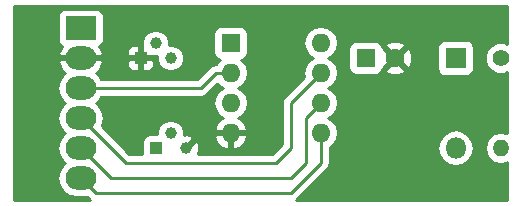
<source format=gbr>
G04 #@! TF.FileFunction,Copper,L2,Bot,Signal*
%FSLAX46Y46*%
G04 Gerber Fmt 4.6, Leading zero omitted, Abs format (unit mm)*
G04 Created by KiCad (PCBNEW 4.0.7) date 11/14/17 16:47:31*
%MOMM*%
%LPD*%
G01*
G04 APERTURE LIST*
%ADD10C,0.100000*%
%ADD11R,1.600000X1.600000*%
%ADD12C,1.600000*%
%ADD13R,1.800000X1.800000*%
%ADD14O,1.800000X1.800000*%
%ADD15C,1.400000*%
%ADD16O,1.400000X1.400000*%
%ADD17O,1.600000X1.600000*%
%ADD18C,1.000000*%
%ADD19R,1.000000X1.000000*%
%ADD20R,2.600000X2.000000*%
%ADD21O,2.600000X2.000000*%
%ADD22C,0.250000*%
%ADD23C,0.254000*%
G04 APERTURE END LIST*
D10*
D11*
X157480000Y-91440000D03*
D12*
X159980000Y-91440000D03*
D13*
X165100000Y-91440000D03*
D14*
X165100000Y-99060000D03*
D15*
X168910000Y-91440000D03*
D16*
X168910000Y-99060000D03*
D11*
X146050000Y-90170000D03*
D17*
X153670000Y-97790000D03*
X146050000Y-92710000D03*
X153670000Y-95250000D03*
X146050000Y-95250000D03*
X153670000Y-92710000D03*
X146050000Y-97790000D03*
X153670000Y-90170000D03*
D18*
X140970000Y-97790000D03*
X142240000Y-99060000D03*
D19*
X139700000Y-99060000D03*
D18*
X139700000Y-90170000D03*
X140970000Y-91440000D03*
D19*
X138430000Y-91440000D03*
D20*
X133350000Y-88900000D03*
D21*
X133350000Y-91440000D03*
X133350000Y-93980000D03*
X133350000Y-96520000D03*
X133350000Y-99060000D03*
X133350000Y-101600000D03*
D22*
X153670000Y-95250000D02*
X152400000Y-96520000D01*
X135890000Y-101600000D02*
X133350000Y-99060000D01*
X151130000Y-101600000D02*
X135890000Y-101600000D01*
X152400000Y-100330000D02*
X151130000Y-101600000D01*
X152400000Y-96520000D02*
X152400000Y-100330000D01*
X146050000Y-92710000D02*
X144780000Y-92710000D01*
X143510000Y-93980000D02*
X133350000Y-93980000D01*
X144780000Y-92710000D02*
X143510000Y-93980000D01*
X153670000Y-92710000D02*
X151130000Y-95250000D01*
X137160000Y-100330000D02*
X133350000Y-96520000D01*
X149860000Y-100330000D02*
X137160000Y-100330000D01*
X151130000Y-99060000D02*
X149860000Y-100330000D01*
X151130000Y-95250000D02*
X151130000Y-99060000D01*
X153670000Y-97790000D02*
X153670000Y-100330000D01*
X134620000Y-102870000D02*
X133350000Y-101600000D01*
X151130000Y-102870000D02*
X134620000Y-102870000D01*
X153670000Y-100330000D02*
X151130000Y-102870000D01*
D23*
G36*
X169470000Y-90227016D02*
X169176713Y-90105232D01*
X168645617Y-90104769D01*
X168154771Y-90307582D01*
X167778902Y-90682796D01*
X167575232Y-91173287D01*
X167574769Y-91704383D01*
X167777582Y-92195229D01*
X168152796Y-92571098D01*
X168643287Y-92774768D01*
X169174383Y-92775231D01*
X169470000Y-92653085D01*
X169470000Y-97833286D01*
X169420882Y-97800467D01*
X168910000Y-97698846D01*
X168399118Y-97800467D01*
X167966012Y-98089858D01*
X167676621Y-98522964D01*
X167575000Y-99033846D01*
X167575000Y-99086154D01*
X167676621Y-99597036D01*
X167966012Y-100030142D01*
X168399118Y-100319533D01*
X168910000Y-100421154D01*
X169420882Y-100319533D01*
X169470000Y-100286714D01*
X169470000Y-103430000D01*
X151633579Y-103430000D01*
X151667401Y-103407401D01*
X154207401Y-100867401D01*
X154372148Y-100620840D01*
X154394548Y-100508227D01*
X154430000Y-100330000D01*
X154430000Y-99029928D01*
X163565000Y-99029928D01*
X163565000Y-99090072D01*
X163681845Y-99677491D01*
X164014591Y-100175481D01*
X164512581Y-100508227D01*
X165100000Y-100625072D01*
X165687419Y-100508227D01*
X166185409Y-100175481D01*
X166518155Y-99677491D01*
X166635000Y-99090072D01*
X166635000Y-99029928D01*
X166518155Y-98442509D01*
X166185409Y-97944519D01*
X165687419Y-97611773D01*
X165100000Y-97494928D01*
X164512581Y-97611773D01*
X164014591Y-97944519D01*
X163681845Y-98442509D01*
X163565000Y-99029928D01*
X154430000Y-99029928D01*
X154430000Y-98993667D01*
X154712811Y-98804698D01*
X155023880Y-98339151D01*
X155133113Y-97790000D01*
X155023880Y-97240849D01*
X154712811Y-96775302D01*
X154330725Y-96520000D01*
X154712811Y-96264698D01*
X155023880Y-95799151D01*
X155133113Y-95250000D01*
X155023880Y-94700849D01*
X154712811Y-94235302D01*
X154330725Y-93980000D01*
X154712811Y-93724698D01*
X155023880Y-93259151D01*
X155133113Y-92710000D01*
X155023880Y-92160849D01*
X154712811Y-91695302D01*
X154330725Y-91440000D01*
X154712811Y-91184698D01*
X155023880Y-90719151D01*
X155039624Y-90640000D01*
X156032560Y-90640000D01*
X156032560Y-92240000D01*
X156076838Y-92475317D01*
X156215910Y-92691441D01*
X156428110Y-92836431D01*
X156680000Y-92887440D01*
X158280000Y-92887440D01*
X158515317Y-92843162D01*
X158731441Y-92704090D01*
X158876431Y-92491890D01*
X158885370Y-92447745D01*
X159151861Y-92447745D01*
X159225995Y-92693864D01*
X159763223Y-92886965D01*
X160333454Y-92859778D01*
X160734005Y-92693864D01*
X160808139Y-92447745D01*
X159980000Y-91619605D01*
X159151861Y-92447745D01*
X158885370Y-92447745D01*
X158924646Y-92253799D01*
X158972255Y-92268139D01*
X159800395Y-91440000D01*
X160159605Y-91440000D01*
X160987745Y-92268139D01*
X161233864Y-92194005D01*
X161426965Y-91656777D01*
X161399778Y-91086546D01*
X161233864Y-90685995D01*
X160987745Y-90611861D01*
X160159605Y-91440000D01*
X159800395Y-91440000D01*
X158972255Y-90611861D01*
X158924833Y-90626145D01*
X158888351Y-90432255D01*
X159151861Y-90432255D01*
X159980000Y-91260395D01*
X160700394Y-90540000D01*
X163552560Y-90540000D01*
X163552560Y-92340000D01*
X163596838Y-92575317D01*
X163735910Y-92791441D01*
X163948110Y-92936431D01*
X164200000Y-92987440D01*
X166000000Y-92987440D01*
X166235317Y-92943162D01*
X166451441Y-92804090D01*
X166596431Y-92591890D01*
X166647440Y-92340000D01*
X166647440Y-90540000D01*
X166603162Y-90304683D01*
X166464090Y-90088559D01*
X166251890Y-89943569D01*
X166000000Y-89892560D01*
X164200000Y-89892560D01*
X163964683Y-89936838D01*
X163748559Y-90075910D01*
X163603569Y-90288110D01*
X163552560Y-90540000D01*
X160700394Y-90540000D01*
X160808139Y-90432255D01*
X160734005Y-90186136D01*
X160196777Y-89993035D01*
X159626546Y-90020222D01*
X159225995Y-90186136D01*
X159151861Y-90432255D01*
X158888351Y-90432255D01*
X158883162Y-90404683D01*
X158744090Y-90188559D01*
X158531890Y-90043569D01*
X158280000Y-89992560D01*
X156680000Y-89992560D01*
X156444683Y-90036838D01*
X156228559Y-90175910D01*
X156083569Y-90388110D01*
X156032560Y-90640000D01*
X155039624Y-90640000D01*
X155133113Y-90170000D01*
X155023880Y-89620849D01*
X154712811Y-89155302D01*
X154247264Y-88844233D01*
X153698113Y-88735000D01*
X153641887Y-88735000D01*
X153092736Y-88844233D01*
X152627189Y-89155302D01*
X152316120Y-89620849D01*
X152206887Y-90170000D01*
X152316120Y-90719151D01*
X152627189Y-91184698D01*
X153009275Y-91440000D01*
X152627189Y-91695302D01*
X152316120Y-92160849D01*
X152206887Y-92710000D01*
X152271312Y-93033886D01*
X150592599Y-94712599D01*
X150427852Y-94959161D01*
X150370000Y-95250000D01*
X150370000Y-98745198D01*
X149545198Y-99570000D01*
X143266352Y-99570000D01*
X143388112Y-99205028D01*
X143356217Y-98754625D01*
X143245217Y-98486648D01*
X143030104Y-98449501D01*
X142419605Y-99060000D01*
X142433748Y-99074143D01*
X142254143Y-99253748D01*
X142240000Y-99239605D01*
X142225858Y-99253748D01*
X142046253Y-99074143D01*
X142060395Y-99060000D01*
X142046253Y-99045858D01*
X142225858Y-98866253D01*
X142240000Y-98880395D01*
X142850499Y-98269896D01*
X142827902Y-98139039D01*
X144658096Y-98139039D01*
X144818959Y-98527423D01*
X145194866Y-98942389D01*
X145700959Y-99181914D01*
X145923000Y-99060629D01*
X145923000Y-97917000D01*
X146177000Y-97917000D01*
X146177000Y-99060629D01*
X146399041Y-99181914D01*
X146905134Y-98942389D01*
X147281041Y-98527423D01*
X147441904Y-98139039D01*
X147319915Y-97917000D01*
X146177000Y-97917000D01*
X145923000Y-97917000D01*
X144780085Y-97917000D01*
X144658096Y-98139039D01*
X142827902Y-98139039D01*
X142813352Y-98054783D01*
X142385028Y-97911888D01*
X142104877Y-97931727D01*
X142105197Y-97565225D01*
X141932767Y-97147914D01*
X141613765Y-96828355D01*
X141196756Y-96655197D01*
X140745225Y-96654803D01*
X140327914Y-96827233D01*
X140008355Y-97146235D01*
X139835197Y-97563244D01*
X139834892Y-97912560D01*
X139200000Y-97912560D01*
X138964683Y-97956838D01*
X138748559Y-98095910D01*
X138603569Y-98308110D01*
X138552560Y-98560000D01*
X138552560Y-99560000D01*
X138554442Y-99570000D01*
X137474802Y-99570000D01*
X135139186Y-97234384D01*
X135198452Y-97145687D01*
X135322909Y-96520000D01*
X135198452Y-95894313D01*
X134844029Y-95363880D01*
X134673595Y-95250000D01*
X134844029Y-95136120D01*
X135108707Y-94740000D01*
X143510000Y-94740000D01*
X143800839Y-94682148D01*
X144047401Y-94517401D01*
X144940264Y-93624538D01*
X145007189Y-93724698D01*
X145389275Y-93980000D01*
X145007189Y-94235302D01*
X144696120Y-94700849D01*
X144586887Y-95250000D01*
X144696120Y-95799151D01*
X145007189Y-96264698D01*
X145411703Y-96534986D01*
X145194866Y-96637611D01*
X144818959Y-97052577D01*
X144658096Y-97440961D01*
X144780085Y-97663000D01*
X145923000Y-97663000D01*
X145923000Y-97643000D01*
X146177000Y-97643000D01*
X146177000Y-97663000D01*
X147319915Y-97663000D01*
X147441904Y-97440961D01*
X147281041Y-97052577D01*
X146905134Y-96637611D01*
X146688297Y-96534986D01*
X147092811Y-96264698D01*
X147403880Y-95799151D01*
X147513113Y-95250000D01*
X147403880Y-94700849D01*
X147092811Y-94235302D01*
X146710725Y-93980000D01*
X147092811Y-93724698D01*
X147403880Y-93259151D01*
X147513113Y-92710000D01*
X147403880Y-92160849D01*
X147092811Y-91695302D01*
X146948535Y-91598899D01*
X147085317Y-91573162D01*
X147301441Y-91434090D01*
X147446431Y-91221890D01*
X147497440Y-90970000D01*
X147497440Y-89370000D01*
X147453162Y-89134683D01*
X147314090Y-88918559D01*
X147101890Y-88773569D01*
X146850000Y-88722560D01*
X145250000Y-88722560D01*
X145014683Y-88766838D01*
X144798559Y-88905910D01*
X144653569Y-89118110D01*
X144602560Y-89370000D01*
X144602560Y-90970000D01*
X144646838Y-91205317D01*
X144785910Y-91421441D01*
X144998110Y-91566431D01*
X145153089Y-91597815D01*
X145007189Y-91695302D01*
X144837005Y-91950000D01*
X144780000Y-91950000D01*
X144489160Y-92007852D01*
X144242599Y-92172599D01*
X143195198Y-93220000D01*
X135108707Y-93220000D01*
X134844029Y-92823880D01*
X134653812Y-92696781D01*
X134895922Y-92506317D01*
X135209144Y-91948355D01*
X135240124Y-91820434D01*
X135195536Y-91725750D01*
X137295000Y-91725750D01*
X137295000Y-92066309D01*
X137391673Y-92299698D01*
X137570301Y-92478327D01*
X137803690Y-92575000D01*
X138144250Y-92575000D01*
X138303000Y-92416250D01*
X138303000Y-91567000D01*
X138557000Y-91567000D01*
X138557000Y-92416250D01*
X138715750Y-92575000D01*
X139056310Y-92575000D01*
X139289699Y-92478327D01*
X139468327Y-92299698D01*
X139565000Y-92066309D01*
X139565000Y-91725750D01*
X139406250Y-91567000D01*
X138557000Y-91567000D01*
X138303000Y-91567000D01*
X137453750Y-91567000D01*
X137295000Y-91725750D01*
X135195536Y-91725750D01*
X135120777Y-91567000D01*
X133477000Y-91567000D01*
X133477000Y-91587000D01*
X133223000Y-91587000D01*
X133223000Y-91567000D01*
X131579223Y-91567000D01*
X131459876Y-91820434D01*
X131490856Y-91948355D01*
X131804078Y-92506317D01*
X132046188Y-92696781D01*
X131855971Y-92823880D01*
X131501548Y-93354313D01*
X131377091Y-93980000D01*
X131501548Y-94605687D01*
X131855971Y-95136120D01*
X132026405Y-95250000D01*
X131855971Y-95363880D01*
X131501548Y-95894313D01*
X131377091Y-96520000D01*
X131501548Y-97145687D01*
X131855971Y-97676120D01*
X132026405Y-97790000D01*
X131855971Y-97903880D01*
X131501548Y-98434313D01*
X131377091Y-99060000D01*
X131501548Y-99685687D01*
X131855971Y-100216120D01*
X132026405Y-100330000D01*
X131855971Y-100443880D01*
X131501548Y-100974313D01*
X131377091Y-101600000D01*
X131501548Y-102225687D01*
X131855971Y-102756120D01*
X132386404Y-103110543D01*
X133012091Y-103235000D01*
X133687909Y-103235000D01*
X133873318Y-103198120D01*
X134082599Y-103407401D01*
X134116421Y-103430000D01*
X127710000Y-103430000D01*
X127710000Y-87900000D01*
X131402560Y-87900000D01*
X131402560Y-89900000D01*
X131446838Y-90135317D01*
X131585910Y-90351441D01*
X131752620Y-90465349D01*
X131490856Y-90931645D01*
X131459876Y-91059566D01*
X131579223Y-91313000D01*
X133223000Y-91313000D01*
X133223000Y-91293000D01*
X133477000Y-91293000D01*
X133477000Y-91313000D01*
X135120777Y-91313000D01*
X135240124Y-91059566D01*
X135209144Y-90931645D01*
X135142929Y-90813691D01*
X137295000Y-90813691D01*
X137295000Y-91154250D01*
X137453750Y-91313000D01*
X138303000Y-91313000D01*
X138303000Y-90463750D01*
X138557000Y-90463750D01*
X138557000Y-91313000D01*
X139406250Y-91313000D01*
X139431698Y-91287552D01*
X139473244Y-91304803D01*
X139835117Y-91305119D01*
X139834803Y-91664775D01*
X140007233Y-92082086D01*
X140326235Y-92401645D01*
X140743244Y-92574803D01*
X141194775Y-92575197D01*
X141612086Y-92402767D01*
X141931645Y-92083765D01*
X142104803Y-91666756D01*
X142105197Y-91215225D01*
X141932767Y-90797914D01*
X141613765Y-90478355D01*
X141196756Y-90305197D01*
X140834883Y-90304881D01*
X140835197Y-89945225D01*
X140662767Y-89527914D01*
X140343765Y-89208355D01*
X139926756Y-89035197D01*
X139475225Y-89034803D01*
X139057914Y-89207233D01*
X138738355Y-89526235D01*
X138565197Y-89943244D01*
X138564803Y-90394775D01*
X138582689Y-90438061D01*
X138557000Y-90463750D01*
X138303000Y-90463750D01*
X138144250Y-90305000D01*
X137803690Y-90305000D01*
X137570301Y-90401673D01*
X137391673Y-90580302D01*
X137295000Y-90813691D01*
X135142929Y-90813691D01*
X134946505Y-90463789D01*
X135101441Y-90364090D01*
X135246431Y-90151890D01*
X135297440Y-89900000D01*
X135297440Y-87900000D01*
X135253162Y-87664683D01*
X135114090Y-87448559D01*
X134901890Y-87303569D01*
X134650000Y-87252560D01*
X132050000Y-87252560D01*
X131814683Y-87296838D01*
X131598559Y-87435910D01*
X131453569Y-87648110D01*
X131402560Y-87900000D01*
X127710000Y-87900000D01*
X127710000Y-87070000D01*
X169470000Y-87070000D01*
X169470000Y-90227016D01*
X169470000Y-90227016D01*
G37*
X169470000Y-90227016D02*
X169176713Y-90105232D01*
X168645617Y-90104769D01*
X168154771Y-90307582D01*
X167778902Y-90682796D01*
X167575232Y-91173287D01*
X167574769Y-91704383D01*
X167777582Y-92195229D01*
X168152796Y-92571098D01*
X168643287Y-92774768D01*
X169174383Y-92775231D01*
X169470000Y-92653085D01*
X169470000Y-97833286D01*
X169420882Y-97800467D01*
X168910000Y-97698846D01*
X168399118Y-97800467D01*
X167966012Y-98089858D01*
X167676621Y-98522964D01*
X167575000Y-99033846D01*
X167575000Y-99086154D01*
X167676621Y-99597036D01*
X167966012Y-100030142D01*
X168399118Y-100319533D01*
X168910000Y-100421154D01*
X169420882Y-100319533D01*
X169470000Y-100286714D01*
X169470000Y-103430000D01*
X151633579Y-103430000D01*
X151667401Y-103407401D01*
X154207401Y-100867401D01*
X154372148Y-100620840D01*
X154394548Y-100508227D01*
X154430000Y-100330000D01*
X154430000Y-99029928D01*
X163565000Y-99029928D01*
X163565000Y-99090072D01*
X163681845Y-99677491D01*
X164014591Y-100175481D01*
X164512581Y-100508227D01*
X165100000Y-100625072D01*
X165687419Y-100508227D01*
X166185409Y-100175481D01*
X166518155Y-99677491D01*
X166635000Y-99090072D01*
X166635000Y-99029928D01*
X166518155Y-98442509D01*
X166185409Y-97944519D01*
X165687419Y-97611773D01*
X165100000Y-97494928D01*
X164512581Y-97611773D01*
X164014591Y-97944519D01*
X163681845Y-98442509D01*
X163565000Y-99029928D01*
X154430000Y-99029928D01*
X154430000Y-98993667D01*
X154712811Y-98804698D01*
X155023880Y-98339151D01*
X155133113Y-97790000D01*
X155023880Y-97240849D01*
X154712811Y-96775302D01*
X154330725Y-96520000D01*
X154712811Y-96264698D01*
X155023880Y-95799151D01*
X155133113Y-95250000D01*
X155023880Y-94700849D01*
X154712811Y-94235302D01*
X154330725Y-93980000D01*
X154712811Y-93724698D01*
X155023880Y-93259151D01*
X155133113Y-92710000D01*
X155023880Y-92160849D01*
X154712811Y-91695302D01*
X154330725Y-91440000D01*
X154712811Y-91184698D01*
X155023880Y-90719151D01*
X155039624Y-90640000D01*
X156032560Y-90640000D01*
X156032560Y-92240000D01*
X156076838Y-92475317D01*
X156215910Y-92691441D01*
X156428110Y-92836431D01*
X156680000Y-92887440D01*
X158280000Y-92887440D01*
X158515317Y-92843162D01*
X158731441Y-92704090D01*
X158876431Y-92491890D01*
X158885370Y-92447745D01*
X159151861Y-92447745D01*
X159225995Y-92693864D01*
X159763223Y-92886965D01*
X160333454Y-92859778D01*
X160734005Y-92693864D01*
X160808139Y-92447745D01*
X159980000Y-91619605D01*
X159151861Y-92447745D01*
X158885370Y-92447745D01*
X158924646Y-92253799D01*
X158972255Y-92268139D01*
X159800395Y-91440000D01*
X160159605Y-91440000D01*
X160987745Y-92268139D01*
X161233864Y-92194005D01*
X161426965Y-91656777D01*
X161399778Y-91086546D01*
X161233864Y-90685995D01*
X160987745Y-90611861D01*
X160159605Y-91440000D01*
X159800395Y-91440000D01*
X158972255Y-90611861D01*
X158924833Y-90626145D01*
X158888351Y-90432255D01*
X159151861Y-90432255D01*
X159980000Y-91260395D01*
X160700394Y-90540000D01*
X163552560Y-90540000D01*
X163552560Y-92340000D01*
X163596838Y-92575317D01*
X163735910Y-92791441D01*
X163948110Y-92936431D01*
X164200000Y-92987440D01*
X166000000Y-92987440D01*
X166235317Y-92943162D01*
X166451441Y-92804090D01*
X166596431Y-92591890D01*
X166647440Y-92340000D01*
X166647440Y-90540000D01*
X166603162Y-90304683D01*
X166464090Y-90088559D01*
X166251890Y-89943569D01*
X166000000Y-89892560D01*
X164200000Y-89892560D01*
X163964683Y-89936838D01*
X163748559Y-90075910D01*
X163603569Y-90288110D01*
X163552560Y-90540000D01*
X160700394Y-90540000D01*
X160808139Y-90432255D01*
X160734005Y-90186136D01*
X160196777Y-89993035D01*
X159626546Y-90020222D01*
X159225995Y-90186136D01*
X159151861Y-90432255D01*
X158888351Y-90432255D01*
X158883162Y-90404683D01*
X158744090Y-90188559D01*
X158531890Y-90043569D01*
X158280000Y-89992560D01*
X156680000Y-89992560D01*
X156444683Y-90036838D01*
X156228559Y-90175910D01*
X156083569Y-90388110D01*
X156032560Y-90640000D01*
X155039624Y-90640000D01*
X155133113Y-90170000D01*
X155023880Y-89620849D01*
X154712811Y-89155302D01*
X154247264Y-88844233D01*
X153698113Y-88735000D01*
X153641887Y-88735000D01*
X153092736Y-88844233D01*
X152627189Y-89155302D01*
X152316120Y-89620849D01*
X152206887Y-90170000D01*
X152316120Y-90719151D01*
X152627189Y-91184698D01*
X153009275Y-91440000D01*
X152627189Y-91695302D01*
X152316120Y-92160849D01*
X152206887Y-92710000D01*
X152271312Y-93033886D01*
X150592599Y-94712599D01*
X150427852Y-94959161D01*
X150370000Y-95250000D01*
X150370000Y-98745198D01*
X149545198Y-99570000D01*
X143266352Y-99570000D01*
X143388112Y-99205028D01*
X143356217Y-98754625D01*
X143245217Y-98486648D01*
X143030104Y-98449501D01*
X142419605Y-99060000D01*
X142433748Y-99074143D01*
X142254143Y-99253748D01*
X142240000Y-99239605D01*
X142225858Y-99253748D01*
X142046253Y-99074143D01*
X142060395Y-99060000D01*
X142046253Y-99045858D01*
X142225858Y-98866253D01*
X142240000Y-98880395D01*
X142850499Y-98269896D01*
X142827902Y-98139039D01*
X144658096Y-98139039D01*
X144818959Y-98527423D01*
X145194866Y-98942389D01*
X145700959Y-99181914D01*
X145923000Y-99060629D01*
X145923000Y-97917000D01*
X146177000Y-97917000D01*
X146177000Y-99060629D01*
X146399041Y-99181914D01*
X146905134Y-98942389D01*
X147281041Y-98527423D01*
X147441904Y-98139039D01*
X147319915Y-97917000D01*
X146177000Y-97917000D01*
X145923000Y-97917000D01*
X144780085Y-97917000D01*
X144658096Y-98139039D01*
X142827902Y-98139039D01*
X142813352Y-98054783D01*
X142385028Y-97911888D01*
X142104877Y-97931727D01*
X142105197Y-97565225D01*
X141932767Y-97147914D01*
X141613765Y-96828355D01*
X141196756Y-96655197D01*
X140745225Y-96654803D01*
X140327914Y-96827233D01*
X140008355Y-97146235D01*
X139835197Y-97563244D01*
X139834892Y-97912560D01*
X139200000Y-97912560D01*
X138964683Y-97956838D01*
X138748559Y-98095910D01*
X138603569Y-98308110D01*
X138552560Y-98560000D01*
X138552560Y-99560000D01*
X138554442Y-99570000D01*
X137474802Y-99570000D01*
X135139186Y-97234384D01*
X135198452Y-97145687D01*
X135322909Y-96520000D01*
X135198452Y-95894313D01*
X134844029Y-95363880D01*
X134673595Y-95250000D01*
X134844029Y-95136120D01*
X135108707Y-94740000D01*
X143510000Y-94740000D01*
X143800839Y-94682148D01*
X144047401Y-94517401D01*
X144940264Y-93624538D01*
X145007189Y-93724698D01*
X145389275Y-93980000D01*
X145007189Y-94235302D01*
X144696120Y-94700849D01*
X144586887Y-95250000D01*
X144696120Y-95799151D01*
X145007189Y-96264698D01*
X145411703Y-96534986D01*
X145194866Y-96637611D01*
X144818959Y-97052577D01*
X144658096Y-97440961D01*
X144780085Y-97663000D01*
X145923000Y-97663000D01*
X145923000Y-97643000D01*
X146177000Y-97643000D01*
X146177000Y-97663000D01*
X147319915Y-97663000D01*
X147441904Y-97440961D01*
X147281041Y-97052577D01*
X146905134Y-96637611D01*
X146688297Y-96534986D01*
X147092811Y-96264698D01*
X147403880Y-95799151D01*
X147513113Y-95250000D01*
X147403880Y-94700849D01*
X147092811Y-94235302D01*
X146710725Y-93980000D01*
X147092811Y-93724698D01*
X147403880Y-93259151D01*
X147513113Y-92710000D01*
X147403880Y-92160849D01*
X147092811Y-91695302D01*
X146948535Y-91598899D01*
X147085317Y-91573162D01*
X147301441Y-91434090D01*
X147446431Y-91221890D01*
X147497440Y-90970000D01*
X147497440Y-89370000D01*
X147453162Y-89134683D01*
X147314090Y-88918559D01*
X147101890Y-88773569D01*
X146850000Y-88722560D01*
X145250000Y-88722560D01*
X145014683Y-88766838D01*
X144798559Y-88905910D01*
X144653569Y-89118110D01*
X144602560Y-89370000D01*
X144602560Y-90970000D01*
X144646838Y-91205317D01*
X144785910Y-91421441D01*
X144998110Y-91566431D01*
X145153089Y-91597815D01*
X145007189Y-91695302D01*
X144837005Y-91950000D01*
X144780000Y-91950000D01*
X144489160Y-92007852D01*
X144242599Y-92172599D01*
X143195198Y-93220000D01*
X135108707Y-93220000D01*
X134844029Y-92823880D01*
X134653812Y-92696781D01*
X134895922Y-92506317D01*
X135209144Y-91948355D01*
X135240124Y-91820434D01*
X135195536Y-91725750D01*
X137295000Y-91725750D01*
X137295000Y-92066309D01*
X137391673Y-92299698D01*
X137570301Y-92478327D01*
X137803690Y-92575000D01*
X138144250Y-92575000D01*
X138303000Y-92416250D01*
X138303000Y-91567000D01*
X138557000Y-91567000D01*
X138557000Y-92416250D01*
X138715750Y-92575000D01*
X139056310Y-92575000D01*
X139289699Y-92478327D01*
X139468327Y-92299698D01*
X139565000Y-92066309D01*
X139565000Y-91725750D01*
X139406250Y-91567000D01*
X138557000Y-91567000D01*
X138303000Y-91567000D01*
X137453750Y-91567000D01*
X137295000Y-91725750D01*
X135195536Y-91725750D01*
X135120777Y-91567000D01*
X133477000Y-91567000D01*
X133477000Y-91587000D01*
X133223000Y-91587000D01*
X133223000Y-91567000D01*
X131579223Y-91567000D01*
X131459876Y-91820434D01*
X131490856Y-91948355D01*
X131804078Y-92506317D01*
X132046188Y-92696781D01*
X131855971Y-92823880D01*
X131501548Y-93354313D01*
X131377091Y-93980000D01*
X131501548Y-94605687D01*
X131855971Y-95136120D01*
X132026405Y-95250000D01*
X131855971Y-95363880D01*
X131501548Y-95894313D01*
X131377091Y-96520000D01*
X131501548Y-97145687D01*
X131855971Y-97676120D01*
X132026405Y-97790000D01*
X131855971Y-97903880D01*
X131501548Y-98434313D01*
X131377091Y-99060000D01*
X131501548Y-99685687D01*
X131855971Y-100216120D01*
X132026405Y-100330000D01*
X131855971Y-100443880D01*
X131501548Y-100974313D01*
X131377091Y-101600000D01*
X131501548Y-102225687D01*
X131855971Y-102756120D01*
X132386404Y-103110543D01*
X133012091Y-103235000D01*
X133687909Y-103235000D01*
X133873318Y-103198120D01*
X134082599Y-103407401D01*
X134116421Y-103430000D01*
X127710000Y-103430000D01*
X127710000Y-87900000D01*
X131402560Y-87900000D01*
X131402560Y-89900000D01*
X131446838Y-90135317D01*
X131585910Y-90351441D01*
X131752620Y-90465349D01*
X131490856Y-90931645D01*
X131459876Y-91059566D01*
X131579223Y-91313000D01*
X133223000Y-91313000D01*
X133223000Y-91293000D01*
X133477000Y-91293000D01*
X133477000Y-91313000D01*
X135120777Y-91313000D01*
X135240124Y-91059566D01*
X135209144Y-90931645D01*
X135142929Y-90813691D01*
X137295000Y-90813691D01*
X137295000Y-91154250D01*
X137453750Y-91313000D01*
X138303000Y-91313000D01*
X138303000Y-90463750D01*
X138557000Y-90463750D01*
X138557000Y-91313000D01*
X139406250Y-91313000D01*
X139431698Y-91287552D01*
X139473244Y-91304803D01*
X139835117Y-91305119D01*
X139834803Y-91664775D01*
X140007233Y-92082086D01*
X140326235Y-92401645D01*
X140743244Y-92574803D01*
X141194775Y-92575197D01*
X141612086Y-92402767D01*
X141931645Y-92083765D01*
X142104803Y-91666756D01*
X142105197Y-91215225D01*
X141932767Y-90797914D01*
X141613765Y-90478355D01*
X141196756Y-90305197D01*
X140834883Y-90304881D01*
X140835197Y-89945225D01*
X140662767Y-89527914D01*
X140343765Y-89208355D01*
X139926756Y-89035197D01*
X139475225Y-89034803D01*
X139057914Y-89207233D01*
X138738355Y-89526235D01*
X138565197Y-89943244D01*
X138564803Y-90394775D01*
X138582689Y-90438061D01*
X138557000Y-90463750D01*
X138303000Y-90463750D01*
X138144250Y-90305000D01*
X137803690Y-90305000D01*
X137570301Y-90401673D01*
X137391673Y-90580302D01*
X137295000Y-90813691D01*
X135142929Y-90813691D01*
X134946505Y-90463789D01*
X135101441Y-90364090D01*
X135246431Y-90151890D01*
X135297440Y-89900000D01*
X135297440Y-87900000D01*
X135253162Y-87664683D01*
X135114090Y-87448559D01*
X134901890Y-87303569D01*
X134650000Y-87252560D01*
X132050000Y-87252560D01*
X131814683Y-87296838D01*
X131598559Y-87435910D01*
X131453569Y-87648110D01*
X131402560Y-87900000D01*
X127710000Y-87900000D01*
X127710000Y-87070000D01*
X169470000Y-87070000D01*
X169470000Y-90227016D01*
M02*

</source>
